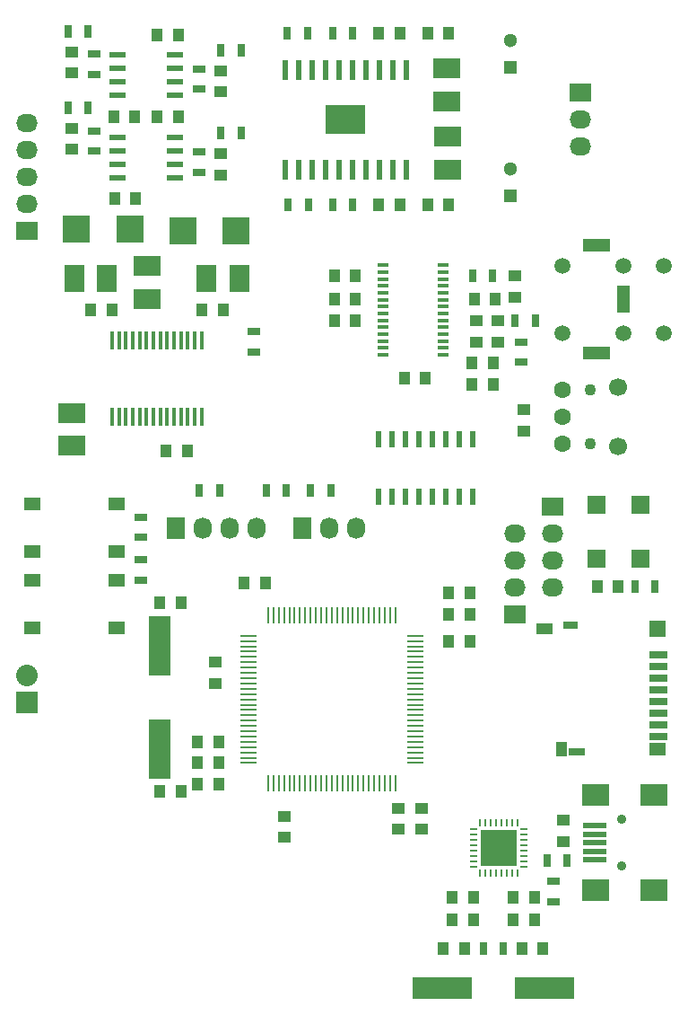
<source format=gts>
G04 #@! TF.FileFunction,Soldermask,Top*
%FSLAX46Y46*%
G04 Gerber Fmt 4.6, Leading zero omitted, Abs format (unit mm)*
G04 Created by KiCad (PCBNEW (2015-05-12 BZR 5652)-product) date Ср 27 май 2015 12:57:51*
%MOMM*%
G01*
G04 APERTURE LIST*
%ADD10C,0.100000*%
%ADD11R,1.300000X0.700000*%
%ADD12R,1.100000X0.400000*%
%ADD13R,2.499360X1.950720*%
%ADD14R,0.450000X1.750000*%
%ADD15R,1.750000X0.700000*%
%ADD16R,1.550000X1.000000*%
%ADD17R,1.000000X1.450000*%
%ADD18R,1.500000X1.300000*%
%ADD19R,1.500000X1.500000*%
%ADD20R,1.400000X0.800000*%
%ADD21R,1.500000X0.800000*%
%ADD22R,1.727200X2.032000*%
%ADD23O,1.727200X2.032000*%
%ADD24R,1.000000X1.250000*%
%ADD25R,2.301240X0.500380*%
%ADD26R,2.499360X1.998980*%
%ADD27C,0.899160*%
%ADD28R,1.250000X1.000000*%
%ADD29R,1.300000X1.300000*%
%ADD30C,1.300000*%
%ADD31R,1.950720X2.499360*%
%ADD32R,2.550160X2.499360*%
%ADD33R,0.700000X1.300000*%
%ADD34R,2.032000X1.727200*%
%ADD35O,2.032000X1.727200*%
%ADD36R,2.032000X2.032000*%
%ADD37O,2.032000X2.032000*%
%ADD38R,1.550000X1.300000*%
%ADD39R,0.600000X1.500000*%
%ADD40R,1.800000X1.800000*%
%ADD41R,1.500000X0.280000*%
%ADD42R,0.280000X1.500000*%
%ADD43R,0.700000X0.250000*%
%ADD44R,0.250000X0.700000*%
%ADD45R,1.725000X1.725000*%
%ADD46R,1.550000X0.600000*%
%ADD47R,2.100580X5.600700*%
%ADD48R,5.600700X2.100580*%
%ADD49C,1.500000*%
%ADD50R,1.200000X2.600000*%
%ADD51R,2.600000X1.200000*%
%ADD52C,1.600000*%
%ADD53C,1.100000*%
%ADD54C,1.700000*%
%ADD55R,0.600000X1.950000*%
%ADD56R,3.810000X2.790000*%
G04 APERTURE END LIST*
D10*
D11*
X24400000Y66050000D03*
X24400000Y67950000D03*
D12*
X42250000Y65775000D03*
X42250000Y66425000D03*
X42250000Y67075000D03*
X42250000Y67725000D03*
X42250000Y68375000D03*
X42250000Y69025000D03*
X42250000Y69675000D03*
X42250000Y70325000D03*
X42250000Y70975000D03*
X42250000Y71625000D03*
X42250000Y72275000D03*
X42250000Y72925000D03*
X42250000Y73575000D03*
X42250000Y74225000D03*
X36550000Y74225000D03*
X36550000Y73575000D03*
X36550000Y72925000D03*
X36550000Y72275000D03*
X36550000Y71625000D03*
X36550000Y70975000D03*
X36550000Y70325000D03*
X36550000Y69675000D03*
X36550000Y69025000D03*
X36550000Y68375000D03*
X36550000Y67725000D03*
X36550000Y67075000D03*
X36550000Y66425000D03*
X36550000Y65775000D03*
D13*
X7250000Y60299400D03*
X7250000Y57200600D03*
D14*
X11025000Y59900000D03*
X11675000Y59900000D03*
X12325000Y59900000D03*
X12975000Y59900000D03*
X13625000Y59900000D03*
X14275000Y59900000D03*
X14925000Y59900000D03*
X15575000Y59900000D03*
X16225000Y59900000D03*
X16875000Y59900000D03*
X17525000Y59900000D03*
X18175000Y59900000D03*
X18825000Y59900000D03*
X19475000Y59900000D03*
X19475000Y67100000D03*
X18825000Y67100000D03*
X18175000Y67100000D03*
X17525000Y67100000D03*
X16875000Y67100000D03*
X16225000Y67100000D03*
X15575000Y67100000D03*
X14925000Y67100000D03*
X14275000Y67100000D03*
X13625000Y67100000D03*
X12975000Y67100000D03*
X12325000Y67100000D03*
X11675000Y67100000D03*
X11025000Y67100000D03*
D15*
X62625000Y29800000D03*
X62625000Y30900000D03*
X62625000Y32000000D03*
X62625000Y33100000D03*
X62625000Y34200000D03*
X62625000Y35300000D03*
X62625000Y36400000D03*
X62625000Y37500000D03*
D16*
X51825000Y39950000D03*
D17*
X53400000Y28650000D03*
D18*
X62500000Y28600000D03*
D19*
X62500000Y39950000D03*
D20*
X54250000Y40300000D03*
D21*
X54900000Y28350000D03*
D22*
X29000000Y49400000D03*
D23*
X31540000Y49400000D03*
X34080000Y49400000D03*
D24*
X44800000Y38800000D03*
X42800000Y38800000D03*
X21100000Y27300000D03*
X19100000Y27300000D03*
D25*
X56550680Y18199800D03*
X56550680Y18999900D03*
X56550680Y19800000D03*
X56550680Y20600100D03*
X56550680Y21400200D03*
D26*
X56649740Y15349920D03*
X62148840Y15349920D03*
X56649740Y24250080D03*
X62148840Y24250080D03*
D27*
X59149100Y17600360D03*
X59149100Y21999640D03*
D24*
X21100000Y25300000D03*
X19100000Y25300000D03*
D28*
X40250000Y23050000D03*
X40250000Y21050000D03*
X27250000Y22300000D03*
X27250000Y20300000D03*
D24*
X21100000Y29300000D03*
X19100000Y29300000D03*
X23500000Y44300000D03*
X25500000Y44300000D03*
D28*
X20750000Y34800000D03*
X20750000Y36800000D03*
D24*
X42800000Y41300000D03*
X44800000Y41300000D03*
X42800000Y43300000D03*
X44800000Y43300000D03*
D28*
X38000000Y21050000D03*
X38000000Y23050000D03*
D24*
X15500000Y42400000D03*
X17500000Y42400000D03*
X15500000Y24600000D03*
X17500000Y24600000D03*
X43100000Y12500000D03*
X45100000Y12500000D03*
X43100000Y14600000D03*
X45100000Y14600000D03*
X50900000Y12500000D03*
X48900000Y12500000D03*
X50900000Y14600000D03*
X48900000Y14600000D03*
D28*
X53600000Y19900000D03*
X53600000Y21900000D03*
D24*
X44300000Y9800000D03*
X42300000Y9800000D03*
X49700000Y9800000D03*
X51700000Y9800000D03*
X15250000Y95950000D03*
X17250000Y95950000D03*
X15250000Y88250000D03*
X17250000Y88250000D03*
X38200000Y96100000D03*
X36200000Y96100000D03*
X38200000Y79900000D03*
X36200000Y79900000D03*
D13*
X42600000Y89650600D03*
X42600000Y92749400D03*
D29*
X48600000Y80800000D03*
D30*
X48600000Y83300000D03*
D24*
X11150000Y88250000D03*
X13150000Y88250000D03*
X11250000Y80550000D03*
X13250000Y80550000D03*
X40800000Y96100000D03*
X42800000Y96100000D03*
X40800000Y79900000D03*
X42800000Y79900000D03*
D13*
X42700000Y83250600D03*
X42700000Y86349400D03*
D29*
X48600000Y92900000D03*
D30*
X48600000Y95400000D03*
D13*
X14300000Y74149400D03*
X14300000Y71050600D03*
D28*
X7200000Y94350000D03*
X7200000Y92350000D03*
D31*
X10549400Y73000000D03*
X7450600Y73000000D03*
D24*
X11000000Y70000000D03*
X9000000Y70000000D03*
X18100000Y56700000D03*
X16100000Y56700000D03*
D31*
X19950600Y73000000D03*
X23049400Y73000000D03*
D24*
X19500000Y70000000D03*
X21500000Y70000000D03*
D28*
X21300000Y92550000D03*
X21300000Y90550000D03*
D32*
X12724760Y77600000D03*
X7675240Y77600000D03*
X17675240Y77500000D03*
X22724760Y77500000D03*
D28*
X7200000Y87150000D03*
X7200000Y85150000D03*
X21300000Y84750000D03*
X21300000Y82750000D03*
X47400000Y69000000D03*
X47400000Y67000000D03*
X45400000Y69000000D03*
X45400000Y67000000D03*
D24*
X34000000Y69000000D03*
X32000000Y69000000D03*
X34000000Y71000000D03*
X32000000Y71000000D03*
X34000000Y73200000D03*
X32000000Y73200000D03*
X40600000Y63600000D03*
X38600000Y63600000D03*
X45000000Y65000000D03*
X47000000Y65000000D03*
X45000000Y63000000D03*
X47000000Y63000000D03*
D28*
X49900000Y58600000D03*
X49900000Y60600000D03*
D24*
X45200000Y71000000D03*
X47200000Y71000000D03*
D28*
X49000000Y73200000D03*
X49000000Y71200000D03*
D33*
X50950000Y69000000D03*
X49050000Y69000000D03*
D34*
X3000000Y77500000D03*
D35*
X3000000Y80040000D03*
X3000000Y82580000D03*
X3000000Y85120000D03*
X3000000Y87660000D03*
D36*
X3000000Y33000000D03*
D37*
X3000000Y35540000D03*
D34*
X49000000Y41320000D03*
D35*
X49000000Y43860000D03*
X49000000Y46400000D03*
X49000000Y48940000D03*
D34*
X52600000Y51480000D03*
D35*
X52600000Y48940000D03*
X52600000Y46400000D03*
X52600000Y43860000D03*
D22*
X17000000Y49400000D03*
D23*
X19540000Y49400000D03*
X22080000Y49400000D03*
X24620000Y49400000D03*
D34*
X55200000Y90540000D03*
D35*
X55200000Y88000000D03*
X55200000Y85460000D03*
D11*
X13750000Y46450000D03*
X13750000Y44550000D03*
X13750000Y48550000D03*
X13750000Y50450000D03*
D33*
X19250000Y53000000D03*
X21150000Y53000000D03*
X27450000Y53000000D03*
X25550000Y53000000D03*
X31650000Y53000000D03*
X29750000Y53000000D03*
X60350000Y43900000D03*
X62250000Y43900000D03*
X53950000Y18100000D03*
X52050000Y18100000D03*
X46050000Y9800000D03*
X47950000Y9800000D03*
D11*
X52700000Y16150000D03*
X52700000Y14250000D03*
D33*
X8750000Y96250000D03*
X6850000Y96250000D03*
X31850000Y96100000D03*
X33750000Y96100000D03*
D11*
X9300000Y94100000D03*
X9300000Y92200000D03*
D33*
X27550000Y96100000D03*
X29450000Y96100000D03*
X23200000Y94450000D03*
X21300000Y94450000D03*
D11*
X19200000Y92700000D03*
X19200000Y90800000D03*
D33*
X8750000Y89050000D03*
X6850000Y89050000D03*
X31850000Y79900000D03*
X33750000Y79900000D03*
D11*
X9300000Y86900000D03*
X9300000Y85000000D03*
D33*
X27650000Y79900000D03*
X29550000Y79900000D03*
X23200000Y86650000D03*
X21300000Y86650000D03*
D11*
X19200000Y84900000D03*
X19200000Y83000000D03*
X49600000Y65100000D03*
X49600000Y67000000D03*
D33*
X45050000Y73200000D03*
X46950000Y73200000D03*
D38*
X11475000Y44500000D03*
X11475000Y40000000D03*
X3525000Y40000000D03*
X3525000Y44500000D03*
X3525000Y47250000D03*
X3525000Y51750000D03*
X11475000Y51750000D03*
X11475000Y47250000D03*
D39*
X36155000Y52400000D03*
X37425000Y52400000D03*
X38695000Y52400000D03*
X39965000Y52400000D03*
X41235000Y52400000D03*
X42505000Y52400000D03*
X43775000Y52400000D03*
X45045000Y52400000D03*
X45045000Y57800000D03*
X43775000Y57800000D03*
X42505000Y57800000D03*
X41235000Y57800000D03*
X39965000Y57800000D03*
X38695000Y57800000D03*
X37425000Y57800000D03*
X36155000Y57800000D03*
D40*
X56700000Y46550000D03*
X56700000Y51650000D03*
X60900000Y51650000D03*
X60900000Y46550000D03*
D41*
X23850000Y39300000D03*
X23850000Y38800000D03*
X23850000Y38300000D03*
X23850000Y37800000D03*
X23850000Y37300000D03*
X23850000Y36800000D03*
X23850000Y36300000D03*
X23850000Y35800000D03*
X23850000Y35300000D03*
X23850000Y34800000D03*
X23850000Y34300000D03*
X23850000Y33800000D03*
X23850000Y33300000D03*
X23850000Y32800000D03*
X23850000Y32300000D03*
X23850000Y31800000D03*
X23850000Y31300000D03*
X23850000Y30800000D03*
X23850000Y30300000D03*
X23850000Y29800000D03*
X23850000Y29300000D03*
X23850000Y28800000D03*
X23850000Y28300000D03*
X23850000Y27800000D03*
X23850000Y27300000D03*
D42*
X25750000Y25400000D03*
X26250000Y25400000D03*
X26750000Y25400000D03*
X27250000Y25400000D03*
X27750000Y25400000D03*
X28250000Y25400000D03*
X28750000Y25400000D03*
X29250000Y25400000D03*
X29750000Y25400000D03*
X30250000Y25400000D03*
X30750000Y25400000D03*
X31250000Y25400000D03*
X31750000Y25400000D03*
X32250000Y25400000D03*
X32750000Y25400000D03*
X33250000Y25400000D03*
X33750000Y25400000D03*
X34250000Y25400000D03*
X34750000Y25400000D03*
X35250000Y25400000D03*
X35750000Y25400000D03*
X36250000Y25400000D03*
X36750000Y25400000D03*
X37250000Y25400000D03*
X37750000Y25400000D03*
D41*
X39650000Y27300000D03*
X39650000Y27800000D03*
X39650000Y28300000D03*
X39650000Y28800000D03*
X39650000Y29300000D03*
X39650000Y29800000D03*
X39650000Y30300000D03*
X39650000Y30800000D03*
X39650000Y31300000D03*
X39650000Y31800000D03*
X39650000Y32300000D03*
X39650000Y32800000D03*
X39650000Y33300000D03*
X39650000Y33800000D03*
X39650000Y34300000D03*
X39650000Y34800000D03*
X39650000Y35300000D03*
X39650000Y35800000D03*
X39650000Y36300000D03*
X39650000Y36800000D03*
X39650000Y37300000D03*
X39650000Y37800000D03*
X39650000Y38300000D03*
X39650000Y38800000D03*
X39650000Y39300000D03*
D42*
X37750000Y41200000D03*
X37250000Y41200000D03*
X36750000Y41200000D03*
X36250000Y41200000D03*
X35750000Y41200000D03*
X35250000Y41200000D03*
X34750000Y41200000D03*
X34250000Y41200000D03*
X33750000Y41200000D03*
X33250000Y41200000D03*
X32750000Y41200000D03*
X32250000Y41200000D03*
X31750000Y41200000D03*
X31250000Y41200000D03*
X30750000Y41200000D03*
X30250000Y41200000D03*
X29750000Y41200000D03*
X29250000Y41200000D03*
X28750000Y41200000D03*
X28250000Y41200000D03*
X27750000Y41200000D03*
X27250000Y41200000D03*
X26750000Y41200000D03*
X26250000Y41200000D03*
X25750000Y41200000D03*
D43*
X49900000Y17550000D03*
X49900000Y18050000D03*
X49900000Y18550000D03*
X49900000Y19050000D03*
X49900000Y19550000D03*
X49900000Y20050000D03*
X49900000Y20550000D03*
X49900000Y21050000D03*
D44*
X49250000Y21700000D03*
X48750000Y21700000D03*
X48250000Y21700000D03*
X47750000Y21700000D03*
X47250000Y21700000D03*
X46750000Y21700000D03*
X46250000Y21700000D03*
X45750000Y21700000D03*
D43*
X45100000Y21050000D03*
X45100000Y20550000D03*
X45100000Y20050000D03*
X45100000Y19550000D03*
X45100000Y19050000D03*
X45100000Y18550000D03*
X45100000Y18050000D03*
X45100000Y17550000D03*
D44*
X45750000Y16900000D03*
X46250000Y16900000D03*
X46750000Y16900000D03*
X47250000Y16900000D03*
X47750000Y16900000D03*
X48250000Y16900000D03*
X48750000Y16900000D03*
X49250000Y16900000D03*
D45*
X46637500Y20162500D03*
X46637500Y18437500D03*
X48362500Y20162500D03*
X48362500Y18437500D03*
D46*
X11550000Y94055000D03*
X11550000Y92785000D03*
X11550000Y91515000D03*
X11550000Y90245000D03*
X16950000Y90245000D03*
X16950000Y91515000D03*
X16950000Y92785000D03*
X16950000Y94055000D03*
X11550000Y86255000D03*
X11550000Y84985000D03*
X11550000Y83715000D03*
X11550000Y82445000D03*
X16950000Y82445000D03*
X16950000Y83715000D03*
X16950000Y84985000D03*
X16950000Y86255000D03*
D47*
X15500000Y38348860D03*
X15500000Y28651140D03*
D48*
X42151140Y6050000D03*
X51848860Y6050000D03*
D24*
X56800000Y43900000D03*
X58800000Y43900000D03*
D49*
X59250000Y74175000D03*
X59250000Y67825000D03*
X63060000Y74175000D03*
X63060000Y67825000D03*
X53535000Y74175000D03*
X53535000Y67825000D03*
D50*
X59250000Y71000000D03*
D51*
X56710000Y65920000D03*
X56710000Y76080000D03*
D52*
X53500000Y62440000D03*
X53500000Y59900000D03*
X53500000Y57360000D03*
D53*
X56125000Y62440000D03*
X56125000Y57360000D03*
D54*
X58735000Y62700000D03*
X58735000Y57100000D03*
D55*
X38765000Y92650000D03*
X37495000Y92650000D03*
X36225000Y92650000D03*
X34955000Y92650000D03*
X33685000Y92650000D03*
X32415000Y92650000D03*
X31145000Y92650000D03*
X29875000Y92650000D03*
X28605000Y92650000D03*
X27335000Y92650000D03*
X27335000Y83250000D03*
X28605000Y83250000D03*
X29875000Y83250000D03*
X31145000Y83250000D03*
X32415000Y83250000D03*
X33685000Y83250000D03*
X34955000Y83250000D03*
X36225000Y83250000D03*
X37495000Y83250000D03*
X38765000Y83250000D03*
D56*
X33050000Y87950000D03*
M02*

</source>
